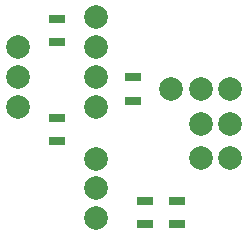
<source format=gtp>
%FSLAX25Y25*%
%MOIN*%
G70*
G01*
G75*
G04 Layer_Color=8421504*
%ADD10C,0.07874*%
%ADD11R,0.05315X0.03150*%
%ADD12C,0.03000*%
%ADD13C,0.05906*%
D10*
X134031Y121000D02*
D03*
Y111158D02*
D03*
X178842Y131000D02*
D03*
Y142500D02*
D03*
Y154000D02*
D03*
X159157D02*
D03*
X169000Y131000D02*
D03*
Y142500D02*
D03*
Y154000D02*
D03*
X134031Y130843D02*
D03*
X107968Y148000D02*
D03*
Y158000D02*
D03*
Y168000D02*
D03*
X134031Y178000D02*
D03*
Y158000D02*
D03*
Y168000D02*
D03*
Y148000D02*
D03*
D11*
X146500Y157937D02*
D03*
Y150063D02*
D03*
X150461Y116783D02*
D03*
Y108909D02*
D03*
X160961Y116783D02*
D03*
Y108909D02*
D03*
X121000Y136563D02*
D03*
Y144437D02*
D03*
Y177437D02*
D03*
Y169563D02*
D03*
M02*

</source>
